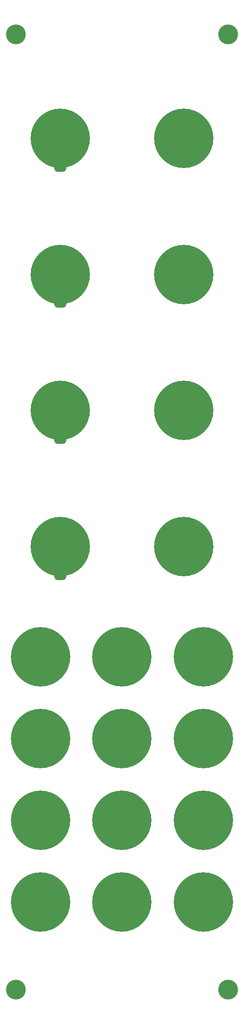
<source format=gts>
%TF.GenerationSoftware,KiCad,Pcbnew,9.0.4*%
%TF.CreationDate,2025-10-04T20:18:46+02:00*%
%TF.ProjectId,DMH_VCA_Bank_PANEL,444d485f-5643-4415-9f42-616e6b5f5041,rev?*%
%TF.SameCoordinates,Original*%
%TF.FileFunction,Soldermask,Top*%
%TF.FilePolarity,Negative*%
%FSLAX46Y46*%
G04 Gerber Fmt 4.6, Leading zero omitted, Abs format (unit mm)*
G04 Created by KiCad (PCBNEW 9.0.4) date 2025-10-04 20:18:46*
%MOMM*%
%LPD*%
G01*
G04 APERTURE LIST*
%ADD10C,0.500000*%
%ADD11C,12.000000*%
%ADD12C,4.000000*%
%ADD13O,2.500000X1.500000*%
G04 APERTURE END LIST*
D10*
%TO.C,H14*%
X52800000Y-192250000D03*
X54460000Y-188220000D03*
X54470000Y-196290000D03*
X58500000Y-186550000D03*
D11*
X58500000Y-192250000D03*
D10*
X58500000Y-197950000D03*
X62530000Y-196290000D03*
X62540000Y-188220000D03*
X64200000Y-192250000D03*
%TD*%
D12*
%TO.C,H3*%
X53500000Y-226500000D03*
%TD*%
D10*
%TO.C,H23*%
X85800000Y-192250000D03*
X87460000Y-188220000D03*
X87470000Y-196290000D03*
X91500000Y-186550000D03*
D11*
X91500000Y-192250000D03*
D10*
X91500000Y-197950000D03*
X95530000Y-196290000D03*
X95540000Y-188220000D03*
X97200000Y-192250000D03*
%TD*%
%TO.C,H22*%
X69300000Y-208750000D03*
X70960000Y-204720000D03*
X70970000Y-212790000D03*
X75000000Y-203050000D03*
D11*
X75000000Y-208750000D03*
D10*
X75000000Y-214450000D03*
X79030000Y-212790000D03*
X79040000Y-204720000D03*
X80700000Y-208750000D03*
%TD*%
D11*
%TO.C,H5*%
X62500000Y-54500000D03*
D13*
X62500000Y-60500000D03*
%TD*%
D10*
%TO.C,H18*%
X69300000Y-192250000D03*
X70960000Y-188220000D03*
X70970000Y-196290000D03*
X75000000Y-186550000D03*
D11*
X75000000Y-192250000D03*
D10*
X75000000Y-197950000D03*
X79030000Y-196290000D03*
X79040000Y-188220000D03*
X80700000Y-192250000D03*
%TD*%
%TO.C,H9*%
X69300000Y-159250000D03*
X70960000Y-155220000D03*
X70970000Y-163290000D03*
X75000000Y-153550000D03*
D11*
X75000000Y-159250000D03*
D10*
X75000000Y-164950000D03*
X79030000Y-163290000D03*
X79040000Y-155220000D03*
X80700000Y-159250000D03*
%TD*%
D11*
%TO.C,H19*%
X62500000Y-137000000D03*
D13*
X62500000Y-143000000D03*
%TD*%
D10*
%TO.C,H11*%
X85800000Y-159250000D03*
X87460000Y-155220000D03*
X87470000Y-163290000D03*
X91500000Y-153550000D03*
D11*
X91500000Y-159250000D03*
D10*
X91500000Y-164950000D03*
X95530000Y-163290000D03*
X95540000Y-155220000D03*
X97200000Y-159250000D03*
%TD*%
%TO.C,H17*%
X69300000Y-175750000D03*
X70960000Y-171720000D03*
X70970000Y-179790000D03*
X75000000Y-170050000D03*
D11*
X75000000Y-175750000D03*
D10*
X75000000Y-181450000D03*
X79030000Y-179790000D03*
X79040000Y-171720000D03*
X80700000Y-175750000D03*
%TD*%
%TO.C,H21*%
X52800000Y-208750000D03*
X54460000Y-204720000D03*
X54470000Y-212790000D03*
X58500000Y-203050000D03*
D11*
X58500000Y-208750000D03*
D10*
X58500000Y-214450000D03*
X62530000Y-212790000D03*
X62540000Y-204720000D03*
X64200000Y-208750000D03*
%TD*%
%TO.C,H24*%
X85800000Y-208750000D03*
X87460000Y-204720000D03*
X87470000Y-212790000D03*
X91500000Y-203050000D03*
D11*
X91500000Y-208750000D03*
D10*
X91500000Y-214450000D03*
X95530000Y-212790000D03*
X95540000Y-204720000D03*
X97200000Y-208750000D03*
%TD*%
%TO.C,H15*%
X52800000Y-175750000D03*
X54460000Y-171720000D03*
X54470000Y-179790000D03*
X58500000Y-170050000D03*
D11*
X58500000Y-175750000D03*
D10*
X58500000Y-181450000D03*
X62530000Y-179790000D03*
X62540000Y-171720000D03*
X64200000Y-175750000D03*
%TD*%
D11*
%TO.C,H12*%
X62500000Y-82000000D03*
D13*
X62500000Y-88000000D03*
%TD*%
D11*
%TO.C,H7*%
X62500000Y-109500000D03*
D13*
X62500000Y-115500000D03*
%TD*%
D12*
%TO.C,H2*%
X96500000Y-33500000D03*
%TD*%
%TO.C,H4*%
X96500000Y-226500000D03*
%TD*%
D10*
%TO.C,H8*%
X52800000Y-159250000D03*
X54460000Y-155220000D03*
X54470000Y-163290000D03*
X58500000Y-153550000D03*
D11*
X58500000Y-159250000D03*
D10*
X58500000Y-164950000D03*
X62530000Y-163290000D03*
X62540000Y-155220000D03*
X64200000Y-159250000D03*
%TD*%
D11*
%TO.C,H20*%
X87500000Y-137000000D03*
%TD*%
%TO.C,H6*%
X87500000Y-54500000D03*
%TD*%
%TO.C,H13*%
X87500000Y-82000000D03*
%TD*%
D12*
%TO.C,H1*%
X53500000Y-33500000D03*
%TD*%
D11*
%TO.C,H10*%
X87500000Y-109500000D03*
%TD*%
D10*
%TO.C,H16*%
X85800000Y-175750000D03*
X87460000Y-171720000D03*
X87470000Y-179790000D03*
X91500000Y-170050000D03*
D11*
X91500000Y-175750000D03*
D10*
X91500000Y-181450000D03*
X95530000Y-179790000D03*
X95540000Y-171720000D03*
X97200000Y-175750000D03*
%TD*%
M02*

</source>
